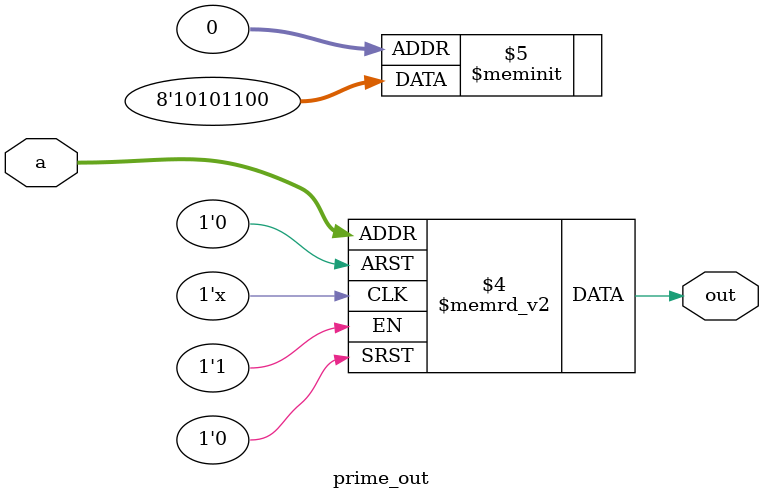
<source format=v>


module prime_out(a, out);
    input [2:0] a;
    output reg out;
    
    //using always
    always @(*)begin
      case (a)
        3'b000: out = 1'b0; //0
        3'b001: out = 1'b0; //1
        3'b010: out = 1'b1; //2
        3'b011: out = 1'b1; //3
        3'b100: out = 1'b0; //4
        3'b101: out = 1'b1; //5
        3'b110: out = 1'b0; //6
        3'b111: out = 1'b1; //7
        default : out = 1'b0;
      endcase
    end
    /*or using assign statements
      assign out = (a == 3'b010)  ||
                    (a == 3'b011) ||
                    (a == 3'b101) ||
                    (a == 3'b111) 
    */

endmodule
</source>
